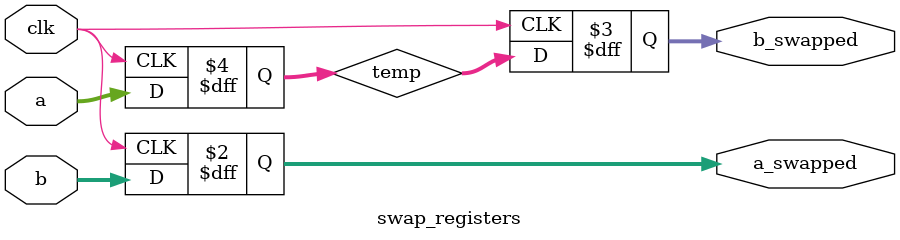
<source format=v>
module swap_registers (
    input wire clk,
    input wire [7:0] a,
    input wire [7:0] b,
    output reg [7:0] a_swapped,
    output reg [7:0] b_swapped
);
reg [7:0] temp;
always @(posedge clk ) begin
        temp <= a;
        #50;
        a_swapped <= b;
        #50;
        b_swapped <= temp;
end
endmodule

</source>
